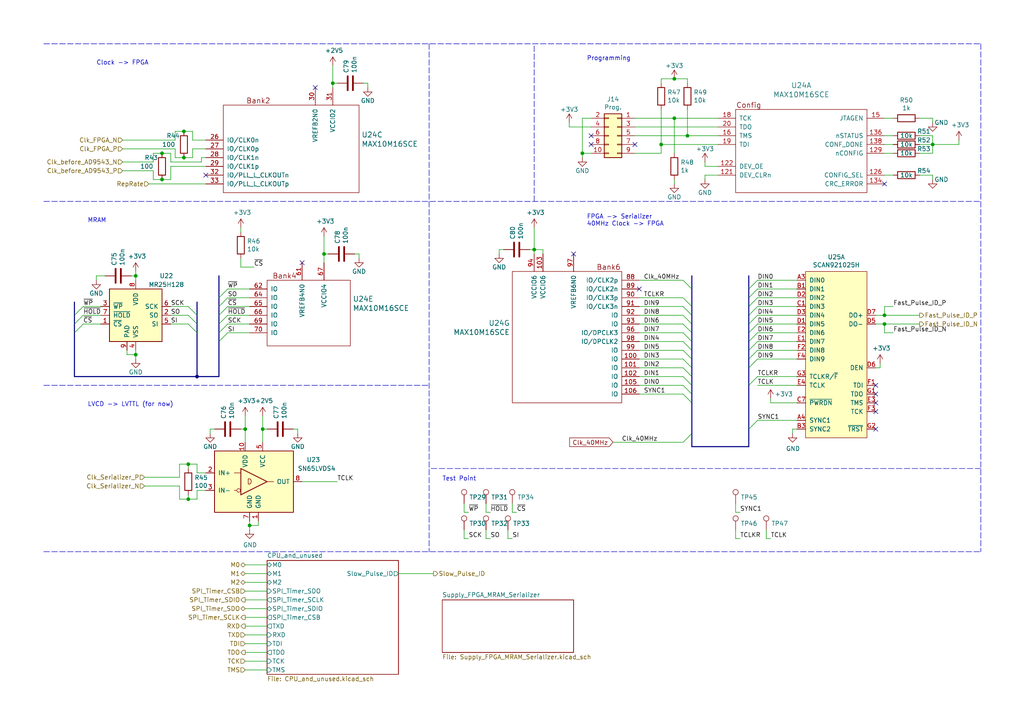
<source format=kicad_sch>
(kicad_sch (version 20250114) (generator "eeschema") (generator_version "9.0")
  (paper "A4")
  (title_block (title "TDS Transmitter - FPGA") (date "2025-02-17") (company "(C) 2025 ETH Zurich, Y. Acremann") (comment 1 "License:  GNU public license v. 3.0"))
  (text "Programming\n" (at 170.18 17.78 0) (effects (font (size 1.27 1.27)) (justify left bottom)))
  (text "FPGA -> Serializer\n40MHz Clock -> FPGA\n\n\n" (at 170.18 69.85 0) (effects (font (size 1.27 1.27)) (justify left bottom)))
  (text "Test Point\n" (at 128.27 139.7 0) (effects (font (size 1.27 1.27)) (justify left bottom)))
  (text "LVCD -> LVTTL (for now)\n" (at 25.4 118.11 0) (effects (font (size 1.27 1.27)) (justify left bottom)))
  (text "MRAM\n" (at 25.4 64.77 0) (effects (font (size 1.27 1.27)) (justify left bottom)))
  (text "Clock -> FPGA\n" (at 27.94 19.05 0) (effects (font (size 1.27 1.27)) (justify left bottom)))
  (junction (at 71.12 124.46))
  (junction (at 39.37 80.01))
  (junction (at 154.94 72.39))
  (junction (at 195.58 34.29))
  (junction (at 195.58 22.86))
  (junction (at 256.54 93.98))
  (junction (at 270.51 41.91))
  (junction (at 53.34 45.72))
  (junction (at 54.61 134.62))
  (junction (at 199.39 39.37))
  (junction (at 72.39 152.4))
  (junction (at 256.54 91.44))
  (junction (at 54.61 144.78))
  (junction (at 53.34 38.1))
  (junction (at 39.37 102.87))
  (junction (at 168.91 44.45))
  (junction (at 76.2 124.46))
  (junction (at 93.98 73.66))
  (junction (at 46.99 52.07))
  (junction (at 46.99 44.45))
  (junction (at 191.77 41.91))
  (junction (at 57.15 109.22))
  (junction (at 96.52 24.13))
  (no_connect (at 254 119.38))
  (no_connect (at 87.63 76.2))
  (no_connect (at 254 114.3))
  (no_connect (at 185.42 83.82))
  (no_connect (at 59.69 50.8))
  (no_connect (at 254 111.76))
  (no_connect (at 166.37 73.66))
  (no_connect (at 171.45 41.91))
  (no_connect (at 184.15 41.91))
  (no_connect (at 91.44 25.4))
  (no_connect (at 256.54 53.34))
  (no_connect (at 254 116.84))
  (no_connect (at 171.45 39.37))
  (no_connect (at 254 124.46))
  (bus_entry (at 219.71 86.36) (size -2.54 2.54))
  (bus_entry (at 198.12 96.52) (size 2.54 2.54))
  (bus_entry (at 198.12 111.76) (size 2.54 2.54))
  (bus_entry (at 66.04 88.9) (size -2.54 2.54))
  (bus_entry (at 198.12 114.3) (size 2.54 2.54))
  (bus_entry (at 198.12 86.36) (size 2.54 2.54))
  (bus_entry (at 219.71 93.98) (size -2.54 2.54))
  (bus_entry (at 219.71 99.06) (size -2.54 2.54))
  (bus_entry (at 219.71 101.6) (size -2.54 2.54))
  (bus_entry (at 54.61 91.44) (size 2.54 2.54))
  (bus_entry (at 66.04 93.98) (size -2.54 2.54))
  (bus_entry (at 198.12 101.6) (size 2.54 2.54))
  (bus_entry (at 198.12 93.98) (size 2.54 2.54))
  (bus_entry (at 66.04 96.52) (size -2.54 2.54))
  (bus_entry (at 219.71 88.9) (size -2.54 2.54))
  (bus_entry (at 66.04 83.82) (size -2.54 2.54))
  (bus_entry (at 198.12 88.9) (size 2.54 2.54))
  (bus_entry (at 54.61 93.98) (size 2.54 2.54))
  (bus_entry (at 198.12 91.44) (size 2.54 2.54))
  (bus_entry (at 66.04 86.36) (size -2.54 2.54))
  (bus_entry (at 198.12 109.22) (size 2.54 2.54))
  (bus_entry (at 66.04 91.44) (size -2.54 2.54))
  (bus_entry (at 198.12 81.28) (size 2.54 2.54))
  (bus_entry (at 219.71 104.14) (size -2.54 2.54))
  (bus_entry (at 54.61 88.9) (size 2.54 2.54))
  (bus_entry (at 24.13 93.98) (size -2.54 2.54))
  (bus_entry (at 219.71 83.82) (size -2.54 2.54))
  (bus_entry (at 219.71 81.28) (size -2.54 2.54))
  (bus_entry (at 219.71 91.44) (size -2.54 2.54))
  (bus_entry (at 198.12 106.68) (size 2.54 2.54))
  (bus_entry (at 219.71 121.92) (size -2.54 2.54))
  (bus_entry (at 24.13 91.44) (size -2.54 2.54))
  (bus_entry (at 24.13 88.9) (size -2.54 2.54))
  (bus_entry (at 219.71 96.52) (size -2.54 2.54))
  (bus_entry (at 198.12 128.27) (size 2.54 -2.54))
  (bus_entry (at 219.71 109.22) (size -2.54 2.54))
  (bus_entry (at 198.12 104.14) (size 2.54 2.54))
  (bus_entry (at 198.12 99.06) (size 2.54 2.54))
  (wire (pts (xy 29.21 93.98) (xy 24.13 93.98)))
  (wire (pts (xy 259.08 39.37) (xy 256.54 39.37)))
  (wire (pts (xy 185.42 86.36) (xy 198.12 86.36)))
  (wire (pts (xy 52.07 144.78) (xy 52.07 140.97)))
  (wire (pts (xy 76.2 124.46) (xy 76.2 128.27)))
  (wire (pts (xy 49.53 46.99) (xy 49.53 44.45)))
  (wire (pts (xy 49.53 44.45) (xy 46.99 44.45)))
  (wire (pts (xy 195.58 22.86) (xy 191.77 22.86)))
  (bus (pts (xy 200.66 125.73) (xy 200.66 129.54)))
  (bus (pts (xy 200.66 114.3) (xy 200.66 116.84)))
  (bus (pts (xy 217.17 101.6) (xy 217.17 104.14)))
  (wire (pts (xy 93.98 73.66) (xy 93.98 76.2)))
  (wire (pts (xy 50.8 43.18) (xy 50.8 45.72)))
  (wire (pts (xy 49.53 48.26) (xy 59.69 48.26)))
  (bus (pts (xy 200.66 104.14) (xy 200.66 106.68)))
  (wire (pts (xy 71.12 168.91) (xy 77.47 168.91)))
  (wire (pts (xy 71.12 163.83) (xy 77.47 163.83)))
  (wire (pts (xy 55.88 38.1) (xy 55.88 40.64)))
  (bus (pts (xy 217.17 111.76) (xy 217.17 124.46)))
  (bus (pts (xy 200.66 109.22) (xy 200.66 111.76)))
  (bus (pts (xy 217.17 96.52) (xy 217.17 99.06)))
  (bus (pts (xy 217.17 99.06) (xy 217.17 101.6)))
  (wire (pts (xy 204.47 52.07) (xy 204.47 50.8)))
  (wire (pts (xy 95.25 73.66) (xy 93.98 73.66)))
  (wire (pts (xy 256.54 93.98) (xy 254 93.98)))
  (wire (pts (xy 57.15 134.62) (xy 57.15 137.16)))
  (wire (pts (xy 55.88 40.64) (xy 59.69 40.64)))
  (wire (pts (xy 72.39 91.44) (xy 66.04 91.44)))
  (wire (pts (xy 191.77 31.75) (xy 191.77 41.91)))
  (wire (pts (xy 157.48 72.39) (xy 157.48 73.66)))
  (wire (pts (xy 213.36 156.21) (xy 214.63 156.21)))
  (wire (pts (xy 87.63 139.7) (xy 97.79 139.7)))
  (wire (pts (xy 134.62 148.59) (xy 135.89 148.59)))
  (wire (pts (xy 49.53 46.99) (xy 58.42 46.99)))
  (wire (pts (xy 198.12 101.6) (xy 185.42 101.6)))
  (wire (pts (xy 66.04 93.98) (xy 72.39 93.98)))
  (bus (pts (xy 21.59 87.63) (xy 21.59 91.44)))
  (wire (pts (xy 223.52 116.84) (xy 231.14 116.84)))
  (wire (pts (xy 24.13 88.9) (xy 29.21 88.9)))
  (wire (pts (xy 185.42 99.06) (xy 198.12 99.06)))
  (wire (pts (xy 50.8 40.64) (xy 50.8 38.1)))
  (wire (pts (xy 97.79 24.13) (xy 96.52 24.13)))
  (polyline (pts (xy 124.46 12.7) (xy 124.46 160.02)) (stroke (width 0) (type dash)))
  (wire (pts (xy 208.28 39.37) (xy 199.39 39.37)))
  (wire (pts (xy 213.36 148.59) (xy 214.63 148.59)))
  (wire (pts (xy 185.42 114.3) (xy 198.12 114.3)))
  (wire (pts (xy 57.15 142.24) (xy 57.15 144.78)))
  (wire (pts (xy 255.27 105.41) (xy 255.27 106.68)))
  (wire (pts (xy 171.45 36.83) (xy 165.1 36.83)))
  (wire (pts (xy 102.87 73.66) (xy 104.14 73.66)))
  (wire (pts (xy 219.71 86.36) (xy 231.14 86.36)))
  (wire (pts (xy 140.97 153.67) (xy 140.97 156.21)))
  (wire (pts (xy 146.05 72.39) (xy 144.78 72.39)))
  (bus (pts (xy 200.66 91.44) (xy 200.66 93.98)))
  (wire (pts (xy 71.12 124.46) (xy 71.12 128.27)))
  (wire (pts (xy 96.52 25.4) (xy 96.52 24.13)))
  (wire (pts (xy 54.61 134.62) (xy 52.07 134.62)))
  (wire (pts (xy 219.71 96.52) (xy 231.14 96.52)))
  (polyline (pts (xy 284.48 12.7) (xy 284.48 160.02)) (stroke (width 0) (type dash)))
  (wire (pts (xy 270.51 44.45) (xy 270.51 41.91)))
  (wire (pts (xy 72.39 96.52) (xy 66.04 96.52)))
  (wire (pts (xy 147.32 156.21) (xy 148.59 156.21)))
  (wire (pts (xy 27.94 80.01) (xy 27.94 81.28)))
  (wire (pts (xy 54.61 144.78) (xy 54.61 143.51)))
  (wire (pts (xy 72.39 152.4) (xy 72.39 153.67)))
  (wire (pts (xy 71.12 184.15) (xy 77.47 184.15)))
  (bus (pts (xy 217.17 106.68) (xy 217.17 111.76)))
  (wire (pts (xy 191.77 22.86) (xy 191.77 24.13)))
  (wire (pts (xy 96.52 24.13) (xy 96.52 19.05)))
  (polyline (pts (xy 12.7 111.76) (xy 124.46 111.76)) (stroke (width 0) (type dash)))
  (wire (pts (xy 86.36 124.46) (xy 86.36 125.73)))
  (bus (pts (xy 200.66 96.52) (xy 200.66 99.06)))
  (wire (pts (xy 266.7 50.8) (xy 270.51 50.8)))
  (wire (pts (xy 27.94 80.01) (xy 30.48 80.01)))
  (wire (pts (xy 256.54 96.52) (xy 259.08 96.52)))
  (bus (pts (xy 200.66 101.6) (xy 200.66 104.14)))
  (wire (pts (xy 270.51 34.29) (xy 266.7 34.29)))
  (wire (pts (xy 39.37 102.87) (xy 39.37 101.6)))
  (wire (pts (xy 199.39 22.86) (xy 199.39 24.13)))
  (wire (pts (xy 185.42 104.14) (xy 198.12 104.14)))
  (wire (pts (xy 72.39 152.4) (xy 74.93 152.4)))
  (wire (pts (xy 77.47 191.77) (xy 71.12 191.77)))
  (wire (pts (xy 185.42 96.52) (xy 198.12 96.52)))
  (wire (pts (xy 231.14 83.82) (xy 219.71 83.82)))
  (wire (pts (xy 104.14 73.66) (xy 104.14 74.93)))
  (wire (pts (xy 231.14 104.14) (xy 219.71 104.14)))
  (wire (pts (xy 270.51 50.8) (xy 270.51 52.07)))
  (wire (pts (xy 198.12 106.68) (xy 185.42 106.68)))
  (bus (pts (xy 200.66 93.98) (xy 200.66 96.52)))
  (wire (pts (xy 72.39 86.36) (xy 66.04 86.36)))
  (wire (pts (xy 54.61 93.98) (xy 49.53 93.98)))
  (wire (pts (xy 71.12 176.53) (xy 77.47 176.53)))
  (wire (pts (xy 270.51 41.91) (xy 266.7 41.91)))
  (wire (pts (xy 58.42 45.72) (xy 58.42 46.99)))
  (wire (pts (xy 55.88 43.18) (xy 55.88 45.72)))
  (wire (pts (xy 231.14 121.92) (xy 219.71 121.92)))
  (wire (pts (xy 69.85 74.93) (xy 69.85 77.47)))
  (wire (pts (xy 62.23 124.46) (xy 60.96 124.46)))
  (wire (pts (xy 69.85 124.46) (xy 71.12 124.46)))
  (bus (pts (xy 200.66 111.76) (xy 200.66 114.3)))
  (wire (pts (xy 66.04 83.82) (xy 72.39 83.82)))
  (wire (pts (xy 59.69 53.34) (xy 43.18 53.34)))
  (wire (pts (xy 134.62 146.05) (xy 134.62 148.59)))
  (wire (pts (xy 198.12 111.76) (xy 185.42 111.76)))
  (wire (pts (xy 71.12 194.31) (xy 77.47 194.31)))
  (bus (pts (xy 57.15 87.63) (xy 57.15 91.44)))
  (wire (pts (xy 208.28 34.29) (xy 195.58 34.29)))
  (wire (pts (xy 57.15 134.62) (xy 54.61 134.62)))
  (wire (pts (xy 270.51 35.56) (xy 270.51 34.29)))
  (bus (pts (xy 200.66 83.82) (xy 200.66 88.9)))
  (wire (pts (xy 36.83 101.6) (xy 36.83 102.87)))
  (wire (pts (xy 77.47 186.69) (xy 71.12 186.69)))
  (bus (pts (xy 63.5 96.52) (xy 63.5 99.06)))
  (wire (pts (xy 140.97 156.21) (xy 142.24 156.21)))
  (wire (pts (xy 54.61 134.62) (xy 54.61 135.89)))
  (wire (pts (xy 74.93 152.4) (xy 74.93 151.13)))
  (wire (pts (xy 140.97 148.59) (xy 142.24 148.59)))
  (wire (pts (xy 219.71 81.28) (xy 231.14 81.28)))
  (wire (pts (xy 213.36 146.05) (xy 213.36 148.59)))
  (wire (pts (xy 191.77 41.91) (xy 191.77 44.45)))
  (wire (pts (xy 35.56 40.64) (xy 50.8 40.64)))
  (wire (pts (xy 199.39 31.75) (xy 199.39 39.37)))
  (wire (pts (xy 46.99 52.07) (xy 44.45 52.07)))
  (wire (pts (xy 147.32 153.67) (xy 147.32 156.21)))
  (wire (pts (xy 266.7 39.37) (xy 270.51 39.37)))
  (wire (pts (xy 54.61 88.9) (xy 49.53 88.9)))
  (wire (pts (xy 222.25 153.67) (xy 222.25 156.21)))
  (bus (pts (xy 63.5 99.06) (xy 63.5 109.22)))
  (wire (pts (xy 154.94 72.39) (xy 154.94 73.66)))
  (bus (pts (xy 217.17 124.46) (xy 217.17 129.54)))
  (wire (pts (xy 44.45 44.45) (xy 46.99 44.45)))
  (wire (pts (xy 39.37 80.01) (xy 39.37 81.28)))
  (bus (pts (xy 21.59 96.52) (xy 21.59 109.22)))
  (polyline (pts (xy 12.7 160.02) (xy 284.48 160.02)) (stroke (width 0) (type dash)))
  (wire (pts (xy 134.62 156.21) (xy 135.89 156.21)))
  (wire (pts (xy 168.91 34.29) (xy 168.91 44.45)))
  (wire (pts (xy 195.58 44.45) (xy 195.58 34.29)))
  (wire (pts (xy 85.09 124.46) (xy 86.36 124.46)))
  (bus (pts (xy 57.15 91.44) (xy 57.15 93.98)))
  (wire (pts (xy 49.53 91.44) (xy 54.61 91.44)))
  (bus (pts (xy 217.17 86.36) (xy 217.17 88.9)))
  (bus (pts (xy 21.59 93.98) (xy 21.59 96.52)))
  (wire (pts (xy 219.71 101.6) (xy 231.14 101.6)))
  (wire (pts (xy 213.36 153.67) (xy 213.36 156.21)))
  (bus (pts (xy 217.17 88.9) (xy 217.17 91.44)))
  (polyline (pts (xy 154.94 58.42) (xy 154.94 12.7)) (stroke (width 0) (type dash)))
  (wire (pts (xy 76.2 120.65) (xy 76.2 124.46)))
  (wire (pts (xy 223.52 115.57) (xy 223.52 116.84)))
  (wire (pts (xy 256.54 88.9) (xy 259.08 88.9)))
  (bus (pts (xy 63.5 93.98) (xy 63.5 96.52)))
  (wire (pts (xy 266.7 93.98) (xy 256.54 93.98)))
  (wire (pts (xy 278.13 41.91) (xy 278.13 40.64)))
  (wire (pts (xy 185.42 91.44) (xy 198.12 91.44)))
  (bus (pts (xy 200.66 106.68) (xy 200.66 109.22)))
  (bus (pts (xy 21.59 109.22) (xy 57.15 109.22)))
  (wire (pts (xy 231.14 124.46) (xy 229.87 124.46)))
  (wire (pts (xy 69.85 77.47) (xy 73.66 77.47)))
  (wire (pts (xy 57.15 144.78) (xy 54.61 144.78)))
  (wire (pts (xy 66.04 88.9) (xy 72.39 88.9)))
  (wire (pts (xy 222.25 156.21) (xy 223.52 156.21)))
  (bus (pts (xy 217.17 91.44) (xy 217.17 93.98)))
  (bus (pts (xy 200.66 116.84) (xy 200.66 125.73)))
  (wire (pts (xy 256.54 93.98) (xy 256.54 96.52)))
  (wire (pts (xy 208.28 36.83) (xy 184.15 36.83)))
  (wire (pts (xy 168.91 44.45) (xy 168.91 45.72)))
  (wire (pts (xy 266.7 44.45) (xy 270.51 44.45)))
  (wire (pts (xy 204.47 46.99) (xy 204.47 48.26)))
  (wire (pts (xy 165.1 36.83) (xy 165.1 35.56)))
  (wire (pts (xy 259.08 44.45) (xy 256.54 44.45)))
  (wire (pts (xy 134.62 153.67) (xy 134.62 156.21)))
  (wire (pts (xy 185.42 88.9) (xy 198.12 88.9)))
  (bus (pts (xy 57.15 96.52) (xy 57.15 109.22)))
  (wire (pts (xy 195.58 53.34) (xy 195.58 52.07)))
  (wire (pts (xy 69.85 66.04) (xy 69.85 67.31)))
  (wire (pts (xy 199.39 39.37) (xy 184.15 39.37)))
  (wire (pts (xy 198.12 109.22) (xy 185.42 109.22)))
  (wire (pts (xy 71.12 171.45) (xy 77.47 171.45)))
  (wire (pts (xy 270.51 39.37) (xy 270.51 41.91)))
  (wire (pts (xy 231.14 99.06) (xy 219.71 99.06)))
  (wire (pts (xy 54.61 144.78) (xy 52.07 144.78)))
  (wire (pts (xy 49.53 52.07) (xy 46.99 52.07)))
  (wire (pts (xy 208.28 41.91) (xy 191.77 41.91)))
  (wire (pts (xy 204.47 48.26) (xy 208.28 48.26)))
  (wire (pts (xy 59.69 43.18) (xy 55.88 43.18)))
  (wire (pts (xy 154.94 66.04) (xy 154.94 72.39)))
  (wire (pts (xy 270.51 41.91) (xy 278.13 41.91)))
  (wire (pts (xy 204.47 50.8) (xy 208.28 50.8)))
  (wire (pts (xy 256.54 41.91) (xy 259.08 41.91)))
  (wire (pts (xy 71.12 120.65) (xy 71.12 124.46)))
  (wire (pts (xy 52.07 138.43) (xy 41.91 138.43)))
  (wire (pts (xy 185.42 81.28) (xy 198.12 81.28)))
  (wire (pts (xy 154.94 72.39) (xy 157.48 72.39)))
  (wire (pts (xy 72.39 151.13) (xy 72.39 152.4)))
  (wire (pts (xy 59.69 45.72) (xy 58.42 45.72)))
  (wire (pts (xy 29.21 91.44) (xy 24.13 91.44)))
  (bus (pts (xy 63.5 80.01) (xy 63.5 86.36)))
  (wire (pts (xy 35.56 43.18) (xy 50.8 43.18)))
  (wire (pts (xy 50.8 38.1) (xy 53.34 38.1)))
  (wire (pts (xy 229.87 124.46) (xy 229.87 125.73)))
  (polyline (pts (xy 12.7 12.7) (xy 284.48 12.7)) (stroke (width 0) (type dash)))
  (polyline (pts (xy 12.7 58.42) (xy 284.48 58.42)) (stroke (width 0) (type dash)))
  (wire (pts (xy 44.45 49.53) (xy 35.56 49.53)))
  (wire (pts (xy 219.71 109.22) (xy 231.14 109.22)))
  (wire (pts (xy 39.37 78.74) (xy 39.37 80.01)))
  (bus (pts (xy 63.5 91.44) (xy 63.5 93.98)))
  (wire (pts (xy 35.56 46.99) (xy 44.45 46.99)))
  (wire (pts (xy 49.53 48.26) (xy 49.53 52.07)))
  (wire (pts (xy 256.54 91.44) (xy 256.54 88.9)))
  (wire (pts (xy 53.34 38.1) (xy 55.88 38.1)))
  (wire (pts (xy 55.88 45.72) (xy 53.34 45.72)))
  (wire (pts (xy 125.73 166.37) (xy 115.57 166.37)))
  (wire (pts (xy 36.83 102.87) (xy 39.37 102.87)))
  (wire (pts (xy 231.14 88.9) (xy 219.71 88.9)))
  (bus (pts (xy 217.17 83.82) (xy 217.17 86.36)))
  (bus (pts (xy 217.17 93.98) (xy 217.17 96.52)))
  (wire (pts (xy 52.07 134.62) (xy 52.07 138.43)))
  (wire (pts (xy 148.59 148.59) (xy 149.86 148.59)))
  (bus (pts (xy 57.15 93.98) (xy 57.15 96.52)))
  (wire (pts (xy 148.59 146.05) (xy 148.59 148.59)))
  (wire (pts (xy 171.45 44.45) (xy 168.91 44.45)))
  (bus (pts (xy 200.66 88.9) (xy 200.66 91.44)))
  (wire (pts (xy 153.67 72.39) (xy 154.94 72.39)))
  (bus (pts (xy 63.5 88.9) (xy 63.5 91.44)))
  (wire (pts (xy 77.47 124.46) (xy 76.2 124.46)))
  (bus (pts (xy 57.15 109.22) (xy 63.5 109.22)))
  (bus (pts (xy 21.59 91.44) (xy 21.59 93.98)))
  (bus (pts (xy 217.17 104.14) (xy 217.17 106.68)))
  (wire (pts (xy 77.47 181.61) (xy 71.12 181.61)))
  (wire (pts (xy 231.14 93.98) (xy 219.71 93.98)))
  (wire (pts (xy 191.77 44.45) (xy 184.15 44.45)))
  (wire (pts (xy 177.8 128.27) (xy 198.12 128.27)))
  (wire (pts (xy 266.7 91.44) (xy 256.54 91.44)))
  (wire (pts (xy 93.98 73.66) (xy 93.98 68.58)))
  (wire (pts (xy 255.27 106.68) (xy 254 106.68)))
  (wire (pts (xy 256.54 50.8) (xy 259.08 50.8)))
  (wire (pts (xy 60.96 124.46) (xy 60.96 125.73)))
  (wire (pts (xy 195.58 22.86) (xy 199.39 22.86)))
  (wire (pts (xy 106.68 24.13) (xy 106.68 25.4)))
  (wire (pts (xy 52.07 140.97) (xy 41.91 140.97)))
  (bus (pts (xy 200.66 80.01) (xy 200.66 83.82)))
  (wire (pts (xy 71.12 189.23) (xy 77.47 189.23)))
  (wire (pts (xy 57.15 142.24) (xy 59.69 142.24)))
  (wire (pts (xy 39.37 104.14) (xy 39.37 102.87)))
  (wire (pts (xy 71.12 166.37) (xy 77.47 166.37)))
  (wire (pts (xy 171.45 34.29) (xy 168.91 34.29)))
  (wire (pts (xy 231.14 111.76) (xy 219.71 111.76)))
  (wire (pts (xy 140.97 146.05) (xy 140.97 148.59)))
  (wire (pts (xy 195.58 34.29) (xy 184.15 34.29)))
  (wire (pts (xy 50.8 45.72) (xy 53.34 45.72)))
  (wire (pts (xy 38.1 80.01) (xy 39.37 80.01)))
  (wire (pts (xy 256.54 34.29) (xy 259.08 34.29)))
  (wire (pts (xy 44.45 52.07) (xy 44.45 49.53)))
  (wire (pts (xy 219.71 91.44) (xy 231.14 91.44)))
  (bus (pts (xy 200.66 99.06) (xy 200.66 101.6)))
  (wire (pts (xy 185.42 93.98) (xy 198.12 93.98)))
  (bus (pts (xy 200.66 129.54) (xy 217.17 129.54)))
  (polyline (pts (xy 284.48 135.89) (xy 124.46 135.89)) (stroke (width 0) (type dash)))
  (wire (pts (xy 77.47 173.99) (xy 71.12 173.99)))
  (wire (pts (xy 105.41 24.13) (xy 106.68 24.13)))
  (wire (pts (xy 256.54 91.44) (xy 254 91.44)))
  (bus (pts (xy 63.5 86.36) (xy 63.5 88.9)))
  (wire (pts (xy 57.15 137.16) (xy 59.69 137.16)))
  (wire (pts (xy 44.45 46.99) (xy 44.45 44.45)))
  (bus (pts (xy 217.17 80.01) (xy 217.17 83.82)))
  (wire (pts (xy 144.78 72.39) (xy 144.78 73.66)))
  (wire (pts (xy 77.47 179.07) (xy 71.12 179.07)))
  (label "SI" (at 66.04 96.52 0))
  (label "SCK" (at 49.53 88.9 0))
  (label "DIN7" (at 186.69 96.52 0))
  (label "DIN6" (at 219.71 96.52 0))
  (label "~{CS}" (at 66.04 88.9 0))
  (label "TCLK" (at 97.79 139.7 0))
  (label "DIN5" (at 219.71 93.98 0))
  (label "TCLKR" (at 186.69 86.36 0))
  (label "DIN8" (at 219.71 101.6 0))
  (label "TCLKR" (at 219.71 109.22 0))
  (label "DIN0" (at 219.71 81.28 0))
  (label "SCK" (at 66.04 93.98 0))
  (label "~{HOLD}" (at 66.04 91.44 0))
  (label "DIN5" (at 186.69 101.6 0))
  (label "~{WP}" (at 66.04 83.82 0))
  (label "SI" (at 148.59 156.21 0))
  (label "~{HOLD}" (at 24.13 91.44 0))
  (label "DIN2" (at 219.71 86.36 0))
  (label "DIN1" (at 186.69 109.22 0))
  (label "DIN4" (at 219.71 91.44 0))
  (label "DIN3" (at 219.71 88.9 0))
  (label "DIN1" (at 219.71 83.82 0))
  (label "SYNC1" (at 219.71 121.92 0))
  (label "TCLKR" (at 214.63 156.21 0))
  (label "~{CS}" (at 149.86 148.59 0))
  (label "SI" (at 49.53 93.98 0))
  (label "DIN3" (at 186.69 104.14 0))
  (label "DIN2" (at 186.69 106.68 0))
  (label "Clk_40MHz" (at 180.34 128.27 0))
  (label "SCK" (at 135.89 156.21 0))
  (label "DIN7" (at 219.71 99.06 0))
  (label "Fast_Pulse_ID_P" (at 259.08 88.9 0))
  (label "DIN4" (at 186.69 99.06 0))
  (label "Fast_Pulse_ID_N" (at 259.08 96.52 0))
  (label "TCLK" (at 223.52 156.21 0))
  (label "~{CS}" (at 24.13 93.98 0))
  (label "DIN6" (at 186.69 93.98 0))
  (label "SO" (at 49.53 91.44 0))
  (label "Clk_40MHz" (at 186.69 81.28 0))
  (label "DIN0" (at 186.69 111.76 0))
  (label "~{HOLD}" (at 142.24 148.59 0))
  (label "SYNC1" (at 214.63 148.59 0))
  (label "DIN8" (at 186.69 91.44 0))
  (label "~{WP}" (at 24.13 88.9 0))
  (label "SYNC1" (at 186.69 114.3 0))
  (label "~{CS}" (at 73.66 77.47 0))
  (label "SO" (at 66.04 86.36 0))
  (label "DIN9" (at 186.69 88.9 0))
  (label "SO" (at 142.24 156.21 0))
  (label "~{WP}" (at 135.89 148.59 0))
  (label "TCLK" (at 219.71 111.76 0))
  (label "DIN9" (at 219.71 104.14 0))
  (global_label "Clk_40MHz" (shape input) (at 177.8 128.27 180) (property "Intersheetrefs" "${INTERSHEET_REFS}" (effects (hide yes))))
  (hierarchical_label "SPI_Timer_SDIO" (shape output) (at 71.12 173.99 180))
  (hierarchical_label "M1" (shape bidirectional) (at 71.12 166.37 180))
  (hierarchical_label "M2" (shape bidirectional) (at 71.12 168.91 180))
  (hierarchical_label "Clk_Serializer_P" (shape input) (at 41.91 138.43 180))
  (hierarchical_label "RepRate" (shape input) (at 43.18 53.34 180))
  (hierarchical_label "TMS" (shape input) (at 71.12 194.31 180))
  (hierarchical_label "TDI" (shape input) (at 71.12 186.69 180))
  (hierarchical_label "SPI_Timer_CSB" (shape input) (at 71.12 171.45 180))
  (hierarchical_label "Clk_FPGA_P" (shape input) (at 35.56 43.18 180))
  (hierarchical_label "Clk_before_AD9543_P" (shape input) (at 35.56 49.53 180))
  (hierarchical_label "Clk_before_AD9543_N" (shape input) (at 35.56 46.99 180))
  (hierarchical_label "M0" (shape bidirectional) (at 71.12 163.83 180))
  (hierarchical_label "RXD" (shape output) (at 71.12 181.61 180))
  (hierarchical_label "Slow_Pulse_ID" (shape output) (at 125.73 166.37 0))
  (hierarchical_label "TDO" (shape output) (at 71.12 189.23 180))
  (hierarchical_label "TXD" (shape input) (at 71.12 184.15 180))
  (hierarchical_label "Clk_Serializer_N" (shape input) (at 41.91 140.97 180))
  (hierarchical_label "Fast_Pulse_ID_N" (shape output) (at 266.7 93.98 0))
  (hierarchical_label "TCK" (shape input) (at 71.12 191.77 180))
  (hierarchical_label "Clk_FPGA_N" (shape input) (at 35.56 40.64 180))
  (hierarchical_label "SPI_Timer_SDO" (shape bidirectional) (at 71.12 176.53 180))
  (hierarchical_label "Fast_Pulse_ID_P" (shape output) (at 266.7 91.44 0))
  (hierarchical_label "SPI_Timer_SCLK" (shape output) (at 71.12 179.07 180))
  (symbol (lib_id "Intel-Max10-FPGA:MAX10M16SCE") (at 229.87 40.64 0) (unit 1)
    (property "Reference" "U24" (at 232.41 24.765 0) (effects (font (size 1.4986 1.4986))))
    (property "Value" "MAX10M16SCE" (at 232.41 27.432 0) (effects (font (size 1.4986 1.4986))))
    (property "Footprint" "footprint:EQFP_144" (effects (hide yes)))
  )
  (symbol (lib_id "Device:R") (at 262.89 34.29 270) (unit 1)
    (property "Reference" "R50" (at 262.89 29.0322 90))
    (property "Value" "1k" (at 262.89 31.3436 90))
    (property "Footprint" "Resistor_SMD:R_0603_1608Metric" (effects (hide yes)))
  )
  (symbol (lib_id "Device:C") (at 101.6 24.13 90) (unit 1)
    (property "Reference" "C79" (at 100.4316 21.209 0) (effects (justify left)))
    (property "Value" "100n" (at 102.743 21.209 0) (effects (justify left)))
    (property "Footprint" "Capacitor_SMD:C_0603_1608Metric" (effects (hide yes)))
  )
  (symbol (lib_id "Intel-Max10-FPGA:MAX10M16SCE") (at 92.71 46.99 0) (mirror y) (unit 3)
    (property "Reference" "U24" (at 104.8512 39.0906 0) (effects (font (size 1.4986 1.4986)) (justify right)))
    (property "Value" "MAX10M16SCE" (at 104.8512 41.7576 0) (effects (font (size 1.4986 1.4986)) (justify right)))
    (property "Footprint" "footprint:EQFP_144" (effects (hide yes)))
    (property "Lieferant" "Mouser" (effects (hide yes)))
    (property "Bestellnummer" "989-10M16SCE144C8G" (effects (hide yes)))
  )
  (symbol (lib_id "Device:R") (at 262.89 39.37 270) (unit 1)
    (property "Reference" "R51" (at 267.97 38.1 90))
    (property "Value" "10k" (at 262.89 39.37 90))
    (property "Footprint" "Resistor_SMD:R_0603_1608Metric" (effects (hide yes)))
  )
  (symbol (lib_id "power:+3.3V") (at 93.98 68.58 0) (unit 1)
    (property "Reference" "#PWR0171" (effects (hide yes)))
    (property "Value" "+3V3" (at 94.361 64.1858 0))
  )
  (symbol (lib_id "Device:R") (at 262.89 41.91 270) (unit 1)
    (property "Reference" "R52" (at 267.97 40.64 90))
    (property "Value" "10k" (at 262.89 41.91 90))
    (property "Footprint" "Resistor_SMD:R_0603_1608Metric" (effects (hide yes)))
  )
  (symbol (lib_id "Device:R") (at 262.89 44.45 270) (unit 1)
    (property "Reference" "R53" (at 267.97 43.18 90))
    (property "Value" "10k" (at 262.89 44.45 90))
    (property "Footprint" "Resistor_SMD:R_0603_1608Metric" (effects (hide yes)))
  )
  (symbol (lib_id "Device:R") (at 262.89 50.8 270) (unit 1)
    (property "Reference" "R54" (at 267.97 49.53 90))
    (property "Value" "10k" (at 262.89 50.8 90))
    (property "Footprint" "Resistor_SMD:R_0603_1608Metric" (effects (hide yes)))
  )
  (symbol (lib_id "Device:C") (at 99.06 73.66 90) (unit 1)
    (property "Reference" "C78" (at 97.8916 70.739 0) (effects (justify left)))
    (property "Value" "100n" (at 100.203 70.739 0) (effects (justify left)))
    (property "Footprint" "Capacitor_SMD:C_0603_1608Metric" (effects (hide yes)))
  )
  (symbol (lib_id "power:GND") (at 104.14 74.93 0) (unit 1)
    (property "Reference" "#PWR0172" (effects (hide yes)))
    (property "Value" "GND" (at 104.14 78.74 0))
  )
  (symbol (lib_id "power:GND") (at 270.51 35.56 0) (unit 1)
    (property "Reference" "#PWR0162" (effects (hide yes)))
    (property "Value" "GND" (at 273.05 35.56 0))
  )
  (symbol (lib_id "power:+3.3V") (at 278.13 40.64 0) (unit 1)
    (property "Reference" "#PWR0163" (effects (hide yes)))
    (property "Value" "+3V3" (at 278.511 36.2458 0))
  )
  (symbol (lib_id "Device:R") (at 53.34 41.91 0) (unit 1)
    (property "Reference" "R44" (at 48.26 39.37 0) (effects (justify left)))
    (property "Value" "100" (at 46.99 41.91 0) (effects (justify left)))
    (property "Footprint" "Resistor_SMD:R_0402_1005Metric" (effects (hide yes)))
  )
  (symbol (lib_id "power:GND") (at 39.37 104.14 0) (unit 1)
    (property "Reference" "#PWR0173" (effects (hide yes)))
    (property "Value" "GND" (at 39.37 107.95 0))
  )
  (symbol (lib_id "power:GND") (at 270.51 52.07 0) (unit 1)
    (property "Reference" "#PWR0164" (effects (hide yes)))
    (property "Value" "GND" (at 273.05 52.07 0))
  )
  (symbol (lib_id "power:+3.3V") (at 204.47 46.99 0) (unit 1)
    (property "Reference" "#PWR0165" (effects (hide yes)))
    (property "Value" "+3V3" (at 204.47 43.18 0))
  )
  (symbol (lib_id "Memory_NVRAM:MR20H40") (at 39.37 91.44 0) (unit 1)
    (property "Reference" "U22" (at 48.26 80.01 0))
    (property "Value" "MR25H128" (at 48.26 82.55 0))
    (property "Footprint" "Package_DFN_QFN:DFN-8-1EP_6x5mm_P1.27mm_EP2x2mm" (effects (hide yes)))
    (property "Datasheet" "https://www.everspin.com/file/217/download" (effects (hide yes)))
    (property "Lieferant" "Mouser" (effects (hide yes)))
    (property "Bestellnummer" " 936-MR25H128ACDF " (effects (hide yes)))
  )
  (symbol (lib_id "power:+2V5") (at 96.52 19.05 0) (unit 1)
    (property "Reference" "#PWR0169" (effects (hide yes)))
    (property "Value" "+2V5" (at 96.901 14.6558 0))
  )
  (symbol (lib_id "power:GND") (at 204.47 52.07 0) (unit 1)
    (property "Reference" "#PWR0166" (effects (hide yes)))
    (property "Value" "GND" (at 204.47 55.88 0))
  )
  (symbol (lib_id "power:GND") (at 106.68 25.4 0) (unit 1)
    (property "Reference" "#PWR0170" (effects (hide yes)))
    (property "Value" "GND" (at 106.68 29.21 0))
  )
  (symbol (lib_id "Device:R") (at 195.58 48.26 0) (unit 1)
    (property "Reference" "R48" (at 197.358 47.0916 0) (effects (justify left)))
    (property "Value" "1k" (at 197.358 49.403 0) (effects (justify left)))
    (property "Footprint" "Resistor_SMD:R_0603_1608Metric" (effects (hide yes)))
  )
  (symbol (lib_id "Device:R") (at 199.39 27.94 0) (unit 1)
    (property "Reference" "R49" (at 201.168 26.7716 0) (effects (justify left)))
    (property "Value" "10k" (at 201.168 29.083 0) (effects (justify left)))
    (property "Footprint" "Resistor_SMD:R_0603_1608Metric" (effects (hide yes)))
  )
  (symbol (lib_id "Device:C") (at 34.29 80.01 90) (unit 1)
    (property "Reference" "C75" (at 33.1216 77.089 0) (effects (justify left)))
    (property "Value" "100n" (at 35.433 77.089 0) (effects (justify left)))
    (property "Footprint" "Capacitor_SMD:C_0603_1608Metric" (effects (hide yes)))
  )
  (symbol (lib_id "Device:R") (at 191.77 27.94 0) (unit 1)
    (property "Reference" "R47" (at 193.548 26.7716 0) (effects (justify left)))
    (property "Value" "10k" (at 193.548 29.083 0) (effects (justify left)))
    (property "Footprint" "Resistor_SMD:R_0603_1608Metric" (effects (hide yes)))
  )
  (symbol (lib_id "Intel-Max10-FPGA:MAX10M16SCE") (at 160.02 101.6 0) (unit 7)
    (property "Reference" "U24" (at 147.8788 93.7006 0) (effects (font (size 1.4986 1.4986)) (justify right)))
    (property "Value" "MAX10M16SCE" (at 147.8788 96.3676 0) (effects (font (size 1.4986 1.4986)) (justify right)))
    (property "Footprint" "footprint:EQFP_144" (effects (hide yes)))
  )
  (symbol (lib_id "power:+3.3V") (at 39.37 78.74 0) (unit 1)
    (property "Reference" "#PWR0174" (effects (hide yes)))
    (property "Value" "+3V3" (at 39.751 74.3458 0))
  )
  (symbol (lib_id "SCAN92xxxxH:SCAN921025H") (at 242.57 102.87 0) (unit 1)
    (property "Reference" "U25" (at 242.57 74.549 0))
    (property "Value" "SCAN921025H" (at 242.57 76.8604 0))
    (property "Footprint" "Package_BGA2:BGA-49_7x7_7.0x7.0mm" (effects (hide yes)))
    (property "Lieferant" "Mouser" (effects (hide yes)))
    (property "Bestellnummer" "926-921025HSM/NOPB" (effects (hide yes)))
  )
  (symbol (lib_id "power:GND") (at 27.94 81.28 0) (unit 1)
    (property "Reference" "#PWR0175" (effects (hide yes)))
    (property "Value" "GND" (at 27.94 85.09 0))
  )
  (symbol (lib_id "power:+3.3V") (at 154.94 66.04 0) (unit 1)
    (property "Reference" "#PWR0178" (effects (hide yes)))
    (property "Value" "+3V3" (at 155.321 61.6458 0))
  )
  (symbol (lib_id "Device:C") (at 149.86 72.39 90) (unit 1)
    (property "Reference" "C80" (at 148.6916 69.469 0) (effects (justify left)))
    (property "Value" "100n" (at 151.003 69.469 0) (effects (justify left)))
    (property "Footprint" "Capacitor_SMD:C_0603_1608Metric" (effects (hide yes)))
  )
  (symbol (lib_id "power:GND") (at 195.58 53.34 0) (unit 1)
    (property "Reference" "#PWR0167" (effects (hide yes)))
    (property "Value" "GND" (at 195.58 57.15 0))
  )
  (symbol (lib_id "power:+3.3V") (at 195.58 22.86 0) (unit 1)
    (property "Reference" "#PWR0168" (effects (hide yes)))
    (property "Value" "+3V3" (at 195.58 19.05 0))
  )
  (symbol (lib_id "power:GND") (at 144.78 73.66 0) (unit 1)
    (property "Reference" "#PWR0179" (effects (hide yes)))
    (property "Value" "GND" (at 144.78 77.47 0))
  )
  (symbol (lib_id "Connector_Generic:Conn_02x05_Odd_Even") (at 179.07 39.37 0) (mirror y) (unit 1)
    (property "Reference" "J14" (at 177.8 28.7782 0))
    (property "Value" "Prog." (at 177.8 31.0896 0))
    (property "Footprint" "Connector_IDC:IDC-Header_2x05_P2.54mm_Vertical" (effects (hide yes)))
  )
  (symbol (lib_id "power:GND") (at 229.87 125.73 0) (unit 1)
    (property "Reference" "#PWR0182" (effects (hide yes)))
    (property "Value" "GND" (at 229.997 130.1242 0))
  )
  (symbol (lib_id "power:+3.3V") (at 165.1 35.56 0) (unit 1)
    (property "Reference" "#PWR0176" (effects (hide yes)))
    (property "Value" "+3V3" (at 165.1 31.75 0))
  )
  (symbol (lib_id "power:GND") (at 168.91 45.72 0) (unit 1)
    (property "Reference" "#PWR0177" (effects (hide yes)))
    (property "Value" "GND" (at 168.91 49.53 0))
  )
  (symbol (lib_id "SN65LVDS4:SN65LVDS4") (at 73.66 139.7 0) (unit 1)
    (property "Reference" "U23" (at 88.9 133.35 0) (effects (justify left)))
    (property "Value" "SN65LVDS4" (at 86.36 135.89 0) (effects (justify left)))
    (property "Footprint" "Package_DFN_QFN:Texas_R-PUQFN-N10" (effects (hide yes)))
    (property "Lieferant" "Mouser" (effects (hide yes)))
    (property "Bestellnummer" "595-SN65LVDS4RSET" (effects (hide yes)))
  )
  (symbol (lib_id "Device:R") (at 54.61 139.7 0) (unit 1)
    (property "Reference" "R45" (at 56.388 138.5316 0) (effects (justify left)))
    (property "Value" "100" (at 56.388 140.843 0) (effects (justify left)))
    (property "Footprint" "Resistor_SMD:R_0402_1005Metric" (effects (hide yes)))
  )
  (symbol (lib_id "power:GND") (at 72.39 153.67 0) (unit 1)
    (property "Reference" "#PWR0183" (effects (hide yes)))
    (property "Value" "GND" (at 72.517 158.0642 0))
  )
  (symbol (lib_id "Device:R") (at 69.85 71.12 0) (unit 1)
    (property "Reference" "R46" (at 71.628 69.9516 0) (effects (justify left)))
    (property "Value" "10k" (at 71.628 72.263 0) (effects (justify left)))
    (property "Footprint" "Resistor_SMD:R_0603_1608Metric" (effects (hide yes)))
  )
  (symbol (lib_id "power:+3.3V") (at 69.85 66.04 0) (unit 1)
    (property "Reference" "#PWR0188" (effects (hide yes)))
    (property "Value" "+3V3" (at 70.231 61.6458 0))
  )
  (symbol (lib_id "power:+3.3V") (at 71.12 120.65 0) (unit 1)
    (property "Reference" "#PWR0184" (effects (hide yes)))
    (property "Value" "+3V3" (at 71.501 116.2558 0))
  )
  (symbol (lib_id "Device:C") (at 66.04 124.46 90) (unit 1)
    (property "Reference" "C76" (at 64.8716 121.539 0) (effects (justify left)))
    (property "Value" "100n" (at 67.183 121.539 0) (effects (justify left)))
    (property "Footprint" "Capacitor_SMD:C_0603_1608Metric" (effects (hide yes)))
  )
  (symbol (lib_id "power:GND") (at 60.96 125.73 0) (unit 1)
    (property "Reference" "#PWR0185" (effects (hide yes)))
    (property "Value" "GND" (at 60.96 129.54 0))
  )
  (symbol (lib_id "Intel-Max10-FPGA:MAX10M16SCE") (at 91.44 97.79 0) (mirror y) (unit 5)
    (property "Reference" "U24" (at 102.3112 86.7156 0) (effects (font (size 1.4986 1.4986)) (justify right)))
    (property "Value" "MAX10M16SCE" (at 102.3112 89.3826 0) (effects (font (size 1.4986 1.4986)) (justify right)))
    (property "Footprint" "footprint:EQFP_144" (effects (hide yes)))
  )
  (symbol (lib_id "Device:R") (at 46.99 48.26 0) (unit 1)
    (property "Reference" "R43" (at 41.91 45.72 0) (effects (justify left)))
    (property "Value" "100" (at 40.64 48.26 0) (effects (justify left)))
    (property "Footprint" "Resistor_SMD:R_0402_1005Metric" (effects (hide yes)))
  )
  (symbol (lib_id "power:+3.3V") (at 223.52 115.57 0) (unit 1)
    (property "Reference" "#PWR0180" (effects (hide yes)))
    (property "Value" "+3V3" (at 227.33 114.3 0))
  )
  (symbol (lib_id "power:+3.3V") (at 255.27 105.41 0) (unit 1)
    (property "Reference" "#PWR0181" (effects (hide yes)))
    (property "Value" "+3V3" (at 255.651 101.0158 0))
  )
  (symbol (lib_id "Connector:TestPoint") (at 134.62 146.05 0) (unit 1)
    (property "Reference" "TP29" (at 136.0932 144.2212 0) (effects (justify left)))
    (property "Value" "TestPoint" (effects (hide yes)))
    (property "Footprint" "TestPoint:TestPoint_THTPad_D1.5mm_Drill0.7mm" (effects (hide yes)))
  )
  (symbol (lib_id "Connector:TestPoint") (at 140.97 146.05 0) (unit 1)
    (property "Reference" "TP31" (at 142.4432 144.2212 0) (effects (justify left)))
    (property "Value" "TestPoint" (effects (hide yes)))
    (property "Footprint" "TestPoint:TestPoint_THTPad_D1.5mm_Drill0.7mm" (effects (hide yes)))
  )
  (symbol (lib_id "Connector:TestPoint") (at 148.59 146.05 0) (unit 1)
    (property "Reference" "TP34" (at 150.0632 144.2212 0) (effects (justify left)))
    (property "Value" "TestPoint" (effects (hide yes)))
    (property "Footprint" "TestPoint:TestPoint_THTPad_D1.5mm_Drill0.7mm" (effects (hide yes)))
  )
  (symbol (lib_id "Connector:TestPoint") (at 134.62 153.67 0) (unit 1)
    (property "Reference" "TP30" (at 136.0932 151.8412 0) (effects (justify left)))
    (property "Value" "TestPoint" (effects (hide yes)))
    (property "Footprint" "TestPoint:TestPoint_THTPad_D1.5mm_Drill0.7mm" (effects (hide yes)))
  )
  (symbol (lib_id "Connector:TestPoint") (at 140.97 153.67 0) (unit 1)
    (property "Reference" "TP32" (at 142.4432 151.8412 0) (effects (justify left)))
    (property "Value" "TestPoint" (effects (hide yes)))
    (property "Footprint" "TestPoint:TestPoint_THTPad_D1.5mm_Drill0.7mm" (effects (hide yes)))
  )
  (symbol (lib_id "Connector:TestPoint") (at 147.32 153.67 0) (unit 1)
    (property "Reference" "TP33" (at 148.7932 151.8412 0) (effects (justify left)))
    (property "Value" "TestPoint" (effects (hide yes)))
    (property "Footprint" "TestPoint:TestPoint_THTPad_D1.5mm_Drill0.7mm" (effects (hide yes)))
  )
  (symbol (lib_id "Connector:TestPoint") (at 213.36 146.05 0) (unit 1)
    (property "Reference" "TP45" (at 214.8332 144.2212 0) (effects (justify left)))
    (property "Value" "TestPoint" (effects (hide yes)))
    (property "Footprint" "TestPoint:TestPoint_THTPad_D1.5mm_Drill0.7mm" (effects (hide yes)))
  )
  (symbol (lib_id "Connector:TestPoint") (at 213.36 153.67 0) (unit 1)
    (property "Reference" "TP46" (at 214.8332 151.8412 0) (effects (justify left)))
    (property "Value" "TestPoint" (effects (hide yes)))
    (property "Footprint" "TestPoint:TestPoint_THTPad_D1.5mm_Drill0.7mm" (effects (hide yes)))
  )
  (symbol (lib_id "Connector:TestPoint") (at 222.25 153.67 0) (unit 1)
    (property "Reference" "TP47" (at 223.7232 151.8412 0) (effects (justify left)))
    (property "Value" "TestPoint" (effects (hide yes)))
    (property "Footprint" "TestPoint:TestPoint_THTPad_D1.5mm_Drill0.7mm" (effects (hide yes)))
  )
  (symbol (lib_id "power:+2V5") (at 76.2 120.65 0) (unit 1)
    (property "Reference" "#PWR0186" (effects (hide yes)))
    (property "Value" "+2V5" (at 76.581 116.2558 0))
  )
  (symbol (lib_id "Device:C") (at 81.28 124.46 90) (unit 1)
    (property "Reference" "C77" (at 80.1116 121.539 0) (effects (justify left)))
    (property "Value" "100n" (at 82.423 121.539 0) (effects (justify left)))
    (property "Footprint" "Capacitor_SMD:C_0603_1608Metric" (effects (hide yes)))
  )
  (symbol (lib_id "power:GND") (at 86.36 125.73 0) (unit 1)
    (property "Reference" "#PWR0187" (effects (hide yes)))
    (property "Value" "GND" (at 86.36 129.54 0))
  )
  (sheet (at 128.27 173.99) (size 38.1 15.24)
    (property "Sheetname" "Supply_FPGA_MRAM_Serializer" (at 128.27 173.2784 0) (effects (justify left bottom)))
    (property "Sheetfile" "Supply_FPGA_MRAM_Serializer.kicad_sch" (at 128.27 189.8146 0) (effects (justify left top)))
  )
  (sheet (at 77.47 162.56) (size 38.1 33.02)
    (property "Sheetname" "CPU_and_unused" (at 77.47 161.8484 0) (effects (justify left bottom)))
    (property "Sheetfile" "CPU_and_unused.kicad_sch" (at 77.47 196.1646 0) (effects (justify left top)))
    (pin "TMS" input (at 77.47 194.31 180))
    (pin "TCK" input (at 77.47 191.77 180))
    (pin "TDO" output (at 77.47 189.23 180))
    (pin "TDI" input (at 77.47 186.69 180))
    (pin "RXD" input (at 77.47 184.15 180))
    (pin "TXD" output (at 77.47 181.61 180))
    (pin "SPI_Timer_SDO" input (at 77.47 171.45 180))
    (pin "SPI_Timer_SCLK" output (at 77.47 173.99 180))
    (pin "SPI_Timer_SDIO" bidirectional (at 77.47 176.53 180))
    (pin "SPI_Timer_CSB" output (at 77.47 179.07 180))
    (pin "M0" bidirectional (at 77.47 163.83 180))
    (pin "M1" bidirectional (at 77.47 166.37 180))
    (pin "M2" bidirectional (at 77.47 168.91 180))
    (pin "Slow_Pulse_ID" output (at 115.57 166.37 0))
  )
)
</source>
